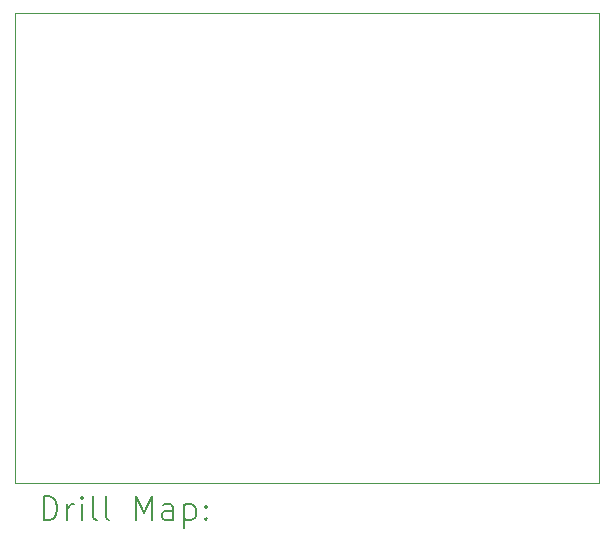
<source format=gbr>
%TF.GenerationSoftware,KiCad,Pcbnew,7.0.2*%
%TF.CreationDate,2023-09-01T19:34:45-07:00*%
%TF.ProjectId,mcu_singleside,6d63755f-7369-46e6-976c-65736964652e,rev?*%
%TF.SameCoordinates,Original*%
%TF.FileFunction,Drillmap*%
%TF.FilePolarity,Positive*%
%FSLAX45Y45*%
G04 Gerber Fmt 4.5, Leading zero omitted, Abs format (unit mm)*
G04 Created by KiCad (PCBNEW 7.0.2) date 2023-09-01 19:34:45*
%MOMM*%
%LPD*%
G01*
G04 APERTURE LIST*
%ADD10C,0.100000*%
%ADD11C,0.200000*%
G04 APERTURE END LIST*
D10*
X10147300Y-5435600D02*
X15087600Y-5435600D01*
X15087600Y-9409400D01*
X10147300Y-9409400D01*
X10147300Y-5435600D01*
D11*
X10389919Y-9726924D02*
X10389919Y-9526924D01*
X10389919Y-9526924D02*
X10437538Y-9526924D01*
X10437538Y-9526924D02*
X10466110Y-9536448D01*
X10466110Y-9536448D02*
X10485157Y-9555495D01*
X10485157Y-9555495D02*
X10494681Y-9574543D01*
X10494681Y-9574543D02*
X10504205Y-9612638D01*
X10504205Y-9612638D02*
X10504205Y-9641210D01*
X10504205Y-9641210D02*
X10494681Y-9679305D01*
X10494681Y-9679305D02*
X10485157Y-9698352D01*
X10485157Y-9698352D02*
X10466110Y-9717400D01*
X10466110Y-9717400D02*
X10437538Y-9726924D01*
X10437538Y-9726924D02*
X10389919Y-9726924D01*
X10589919Y-9726924D02*
X10589919Y-9593590D01*
X10589919Y-9631686D02*
X10599443Y-9612638D01*
X10599443Y-9612638D02*
X10608967Y-9603114D01*
X10608967Y-9603114D02*
X10628014Y-9593590D01*
X10628014Y-9593590D02*
X10647062Y-9593590D01*
X10713729Y-9726924D02*
X10713729Y-9593590D01*
X10713729Y-9526924D02*
X10704205Y-9536448D01*
X10704205Y-9536448D02*
X10713729Y-9545971D01*
X10713729Y-9545971D02*
X10723252Y-9536448D01*
X10723252Y-9536448D02*
X10713729Y-9526924D01*
X10713729Y-9526924D02*
X10713729Y-9545971D01*
X10837538Y-9726924D02*
X10818490Y-9717400D01*
X10818490Y-9717400D02*
X10808967Y-9698352D01*
X10808967Y-9698352D02*
X10808967Y-9526924D01*
X10942300Y-9726924D02*
X10923252Y-9717400D01*
X10923252Y-9717400D02*
X10913729Y-9698352D01*
X10913729Y-9698352D02*
X10913729Y-9526924D01*
X11170871Y-9726924D02*
X11170871Y-9526924D01*
X11170871Y-9526924D02*
X11237538Y-9669781D01*
X11237538Y-9669781D02*
X11304205Y-9526924D01*
X11304205Y-9526924D02*
X11304205Y-9726924D01*
X11485157Y-9726924D02*
X11485157Y-9622162D01*
X11485157Y-9622162D02*
X11475633Y-9603114D01*
X11475633Y-9603114D02*
X11456586Y-9593590D01*
X11456586Y-9593590D02*
X11418490Y-9593590D01*
X11418490Y-9593590D02*
X11399443Y-9603114D01*
X11485157Y-9717400D02*
X11466109Y-9726924D01*
X11466109Y-9726924D02*
X11418490Y-9726924D01*
X11418490Y-9726924D02*
X11399443Y-9717400D01*
X11399443Y-9717400D02*
X11389919Y-9698352D01*
X11389919Y-9698352D02*
X11389919Y-9679305D01*
X11389919Y-9679305D02*
X11399443Y-9660257D01*
X11399443Y-9660257D02*
X11418490Y-9650733D01*
X11418490Y-9650733D02*
X11466109Y-9650733D01*
X11466109Y-9650733D02*
X11485157Y-9641210D01*
X11580395Y-9593590D02*
X11580395Y-9793590D01*
X11580395Y-9603114D02*
X11599443Y-9593590D01*
X11599443Y-9593590D02*
X11637538Y-9593590D01*
X11637538Y-9593590D02*
X11656586Y-9603114D01*
X11656586Y-9603114D02*
X11666109Y-9612638D01*
X11666109Y-9612638D02*
X11675633Y-9631686D01*
X11675633Y-9631686D02*
X11675633Y-9688829D01*
X11675633Y-9688829D02*
X11666109Y-9707876D01*
X11666109Y-9707876D02*
X11656586Y-9717400D01*
X11656586Y-9717400D02*
X11637538Y-9726924D01*
X11637538Y-9726924D02*
X11599443Y-9726924D01*
X11599443Y-9726924D02*
X11580395Y-9717400D01*
X11761348Y-9707876D02*
X11770871Y-9717400D01*
X11770871Y-9717400D02*
X11761348Y-9726924D01*
X11761348Y-9726924D02*
X11751824Y-9717400D01*
X11751824Y-9717400D02*
X11761348Y-9707876D01*
X11761348Y-9707876D02*
X11761348Y-9726924D01*
X11761348Y-9603114D02*
X11770871Y-9612638D01*
X11770871Y-9612638D02*
X11761348Y-9622162D01*
X11761348Y-9622162D02*
X11751824Y-9612638D01*
X11751824Y-9612638D02*
X11761348Y-9603114D01*
X11761348Y-9603114D02*
X11761348Y-9622162D01*
M02*

</source>
